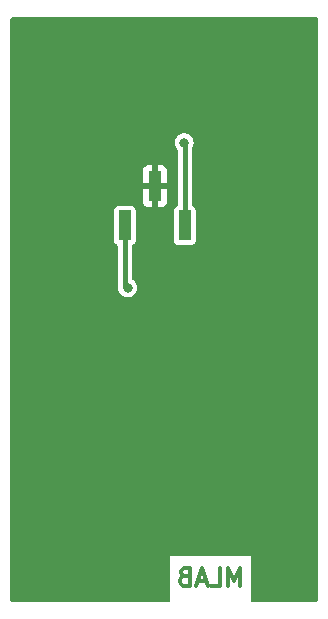
<source format=gbr>
%TF.GenerationSoftware,KiCad,Pcbnew,6.0.11+dfsg-1~bpo11+1*%
%TF.CreationDate,2023-04-12T09:04:15+00:00*%
%TF.ProjectId,PINHOLDER01,50494e48-4f4c-4444-9552-30312e6b6963,01A*%
%TF.SameCoordinates,Original*%
%TF.FileFunction,Copper,L2,Bot*%
%TF.FilePolarity,Positive*%
%FSLAX46Y46*%
G04 Gerber Fmt 4.6, Leading zero omitted, Abs format (unit mm)*
G04 Created by KiCad (PCBNEW 6.0.11+dfsg-1~bpo11+1) date 2023-04-12 09:04:15*
%MOMM*%
%LPD*%
G01*
G04 APERTURE LIST*
%ADD10C,0.300000*%
%TA.AperFunction,NonConductor*%
%ADD11C,0.300000*%
%TD*%
%TA.AperFunction,ComponentPad*%
%ADD12C,6.000000*%
%TD*%
%TA.AperFunction,SMDPad,CuDef*%
%ADD13R,1.000000X2.510000*%
%TD*%
%TA.AperFunction,ViaPad*%
%ADD14C,0.800000*%
%TD*%
%TA.AperFunction,Conductor*%
%ADD15C,0.400000*%
%TD*%
G04 APERTURE END LIST*
D10*
D11*
X129200000Y-114028571D02*
X129200000Y-112528571D01*
X128700000Y-113600000D01*
X128200000Y-112528571D01*
X128200000Y-114028571D01*
X126771428Y-114028571D02*
X127485714Y-114028571D01*
X127485714Y-112528571D01*
X126342857Y-113600000D02*
X125628571Y-113600000D01*
X126485714Y-114028571D02*
X125985714Y-112528571D01*
X125485714Y-114028571D01*
X124485714Y-113242857D02*
X124271428Y-113314285D01*
X124200000Y-113385714D01*
X124128571Y-113528571D01*
X124128571Y-113742857D01*
X124200000Y-113885714D01*
X124271428Y-113957142D01*
X124414285Y-114028571D01*
X124985714Y-114028571D01*
X124985714Y-112528571D01*
X124485714Y-112528571D01*
X124342857Y-112600000D01*
X124271428Y-112671428D01*
X124200000Y-112814285D01*
X124200000Y-112957142D01*
X124271428Y-113100000D01*
X124342857Y-113171428D01*
X124485714Y-113242857D01*
X124985714Y-113242857D01*
D12*
%TO.P,M3,1*%
%TO.N,GND*%
X114175179Y-70341146D03*
%TD*%
%TO.P,M4,1*%
%TO.N,GND*%
X114175179Y-110981146D03*
%TD*%
D13*
%TO.P,J1,1*%
%TO.N,Net-(J1-Pad1)*%
X124540000Y-83525000D03*
%TO.P,J1,2*%
%TO.N,GND*%
X122000000Y-80215000D03*
%TO.P,J1,3*%
%TO.N,/circle_0*%
X119460000Y-83525000D03*
%TD*%
D14*
%TO.N,/circle_0*%
X119700000Y-88800000D03*
%TO.N,Net-(J1-Pad1)*%
X124480000Y-76520000D03*
%TD*%
D15*
%TO.N,/circle_0*%
X119700000Y-88800000D02*
X119460000Y-88560000D01*
X119460000Y-88560000D02*
X119460000Y-83525000D01*
%TO.N,Net-(J1-Pad1)*%
X124540000Y-76580000D02*
X124480000Y-76520000D01*
X124540000Y-83525000D02*
X124540000Y-76580000D01*
%TD*%
%TA.AperFunction,Conductor*%
%TO.N,GND*%
G36*
X135726809Y-65930306D02*
G01*
X135796061Y-65985511D01*
X135834502Y-66065296D01*
X135839500Y-66109615D01*
X135839500Y-115210436D01*
X135819793Y-115296779D01*
X135764574Y-115366020D01*
X135684782Y-115404447D01*
X135640480Y-115409436D01*
X130303594Y-115408870D01*
X130217254Y-115389154D01*
X130148018Y-115333928D01*
X130109601Y-115254131D01*
X130105867Y-115187593D01*
X130106384Y-115183000D01*
X130107643Y-115183000D01*
X130107643Y-111517000D01*
X123292357Y-111517000D01*
X123292357Y-115183000D01*
X123293326Y-115183000D01*
X123293325Y-115253389D01*
X123254898Y-115333181D01*
X123185656Y-115388399D01*
X123099294Y-115408105D01*
X109948658Y-115406710D01*
X109862317Y-115386994D01*
X109793081Y-115331768D01*
X109754664Y-115251971D01*
X109749679Y-115207710D01*
X109749679Y-82238481D01*
X118559500Y-82238481D01*
X118559501Y-84811518D01*
X118560723Y-84819231D01*
X118560723Y-84819237D01*
X118571903Y-84889831D01*
X118571904Y-84889834D01*
X118574354Y-84905304D01*
X118631950Y-85018342D01*
X118721658Y-85108050D01*
X118735612Y-85115160D01*
X118750844Y-85122921D01*
X118818829Y-85179679D01*
X118855455Y-85260314D01*
X118859500Y-85300231D01*
X118859500Y-88507592D01*
X118857797Y-88533567D01*
X118856020Y-88547065D01*
X118856020Y-88547072D01*
X118854318Y-88560000D01*
X118856020Y-88572928D01*
X118859500Y-88599361D01*
X118861035Y-88611017D01*
X118874956Y-88716762D01*
X118879945Y-88728807D01*
X118879946Y-88728810D01*
X118880349Y-88729782D01*
X118880706Y-88731646D01*
X118883322Y-88741407D01*
X118882614Y-88741597D01*
X118891708Y-88789028D01*
X118894514Y-88788753D01*
X118897210Y-88816244D01*
X118912039Y-88967486D01*
X118968726Y-89137896D01*
X119061759Y-89291512D01*
X119186514Y-89420699D01*
X119336789Y-89519036D01*
X119347214Y-89522913D01*
X119494685Y-89577757D01*
X119494687Y-89577757D01*
X119505116Y-89581636D01*
X119516143Y-89583107D01*
X119516146Y-89583108D01*
X119634486Y-89598898D01*
X119683130Y-89605388D01*
X119694207Y-89604380D01*
X119850896Y-89590121D01*
X119850898Y-89590121D01*
X119861981Y-89589112D01*
X119947382Y-89561363D01*
X120022196Y-89537055D01*
X120022199Y-89537054D01*
X120032782Y-89533615D01*
X120057239Y-89519036D01*
X120177489Y-89447353D01*
X120177490Y-89447352D01*
X120187044Y-89441657D01*
X120317099Y-89317807D01*
X120334570Y-89291512D01*
X120410325Y-89177490D01*
X120416483Y-89168222D01*
X120480257Y-89000336D01*
X120505251Y-88822493D01*
X120505565Y-88800000D01*
X120504334Y-88789028D01*
X120486787Y-88632588D01*
X120486786Y-88632584D01*
X120485546Y-88621528D01*
X120459616Y-88547065D01*
X120430145Y-88462437D01*
X120426485Y-88451927D01*
X120331316Y-88299625D01*
X120204770Y-88172193D01*
X120152870Y-88139256D01*
X120090528Y-88076352D01*
X120061653Y-87992628D01*
X120060500Y-87971235D01*
X120060500Y-85300231D01*
X120080207Y-85213888D01*
X120135426Y-85144647D01*
X120169156Y-85122921D01*
X120184388Y-85115160D01*
X120198342Y-85108050D01*
X120288050Y-85018342D01*
X120345646Y-84905304D01*
X120360500Y-84811519D01*
X120360499Y-82238482D01*
X120360499Y-82238481D01*
X123639500Y-82238481D01*
X123639501Y-84811518D01*
X123640723Y-84819231D01*
X123640723Y-84819237D01*
X123651903Y-84889831D01*
X123651904Y-84889834D01*
X123654354Y-84905304D01*
X123711950Y-85018342D01*
X123801658Y-85108050D01*
X123914696Y-85165646D01*
X124008481Y-85180500D01*
X124016305Y-85180500D01*
X124540373Y-85180499D01*
X125071518Y-85180499D01*
X125079231Y-85179277D01*
X125079237Y-85179277D01*
X125149831Y-85168097D01*
X125149834Y-85168096D01*
X125165304Y-85165646D01*
X125179260Y-85158535D01*
X125179263Y-85158534D01*
X125264388Y-85115160D01*
X125278342Y-85108050D01*
X125368050Y-85018342D01*
X125425646Y-84905304D01*
X125440500Y-84811519D01*
X125440499Y-82238482D01*
X125439275Y-82230753D01*
X125428097Y-82160169D01*
X125428096Y-82160166D01*
X125425646Y-82144696D01*
X125368050Y-82031658D01*
X125278342Y-81941950D01*
X125249156Y-81927079D01*
X125181171Y-81870321D01*
X125144545Y-81789686D01*
X125140500Y-81749769D01*
X125140500Y-77032564D01*
X125160207Y-76946221D01*
X125173744Y-76922447D01*
X125196483Y-76888222D01*
X125260257Y-76720336D01*
X125285251Y-76542493D01*
X125285565Y-76520000D01*
X125284869Y-76513794D01*
X125266787Y-76352588D01*
X125266786Y-76352584D01*
X125265546Y-76341528D01*
X125258094Y-76320127D01*
X125210145Y-76182437D01*
X125206485Y-76171927D01*
X125111316Y-76019625D01*
X124984770Y-75892193D01*
X124833136Y-75795963D01*
X124744109Y-75764262D01*
X124674436Y-75739452D01*
X124674432Y-75739451D01*
X124663951Y-75735719D01*
X124652904Y-75734402D01*
X124652901Y-75734401D01*
X124496671Y-75715772D01*
X124496669Y-75715772D01*
X124485624Y-75714455D01*
X124307017Y-75733227D01*
X124296482Y-75736813D01*
X124296479Y-75736814D01*
X124218035Y-75763519D01*
X124137007Y-75791103D01*
X124042651Y-75849151D01*
X123993521Y-75879376D01*
X123993519Y-75879377D01*
X123984045Y-75885206D01*
X123855732Y-76010859D01*
X123758446Y-76161817D01*
X123697022Y-76330578D01*
X123695628Y-76341611D01*
X123695628Y-76341612D01*
X123688850Y-76395269D01*
X123674514Y-76508753D01*
X123675600Y-76519829D01*
X123675600Y-76519830D01*
X123677210Y-76536244D01*
X123692039Y-76687486D01*
X123748726Y-76857896D01*
X123841759Y-77011512D01*
X123849484Y-77019511D01*
X123883648Y-77054889D01*
X123929451Y-77130689D01*
X123939500Y-77193127D01*
X123939500Y-81749769D01*
X123919793Y-81836112D01*
X123864574Y-81905353D01*
X123830845Y-81927079D01*
X123801658Y-81941950D01*
X123711950Y-82031658D01*
X123654354Y-82144696D01*
X123639500Y-82238481D01*
X120360499Y-82238481D01*
X120359275Y-82230753D01*
X120348097Y-82160169D01*
X120348096Y-82160166D01*
X120345646Y-82144696D01*
X120288050Y-82031658D01*
X120198342Y-81941950D01*
X120085304Y-81884354D01*
X119991519Y-81869500D01*
X119983695Y-81869500D01*
X119459627Y-81869501D01*
X118928482Y-81869501D01*
X118920769Y-81870723D01*
X118920763Y-81870723D01*
X118850169Y-81881903D01*
X118850166Y-81881904D01*
X118834696Y-81884354D01*
X118820740Y-81891465D01*
X118820737Y-81891466D01*
X118793483Y-81905353D01*
X118721658Y-81941950D01*
X118631950Y-82031658D01*
X118574354Y-82144696D01*
X118559500Y-82238481D01*
X109749679Y-82238481D01*
X109749679Y-81505176D01*
X120970000Y-81505176D01*
X120970720Y-81517130D01*
X120978925Y-81584924D01*
X120985165Y-81609494D01*
X121028922Y-81720015D01*
X121042115Y-81743429D01*
X121113510Y-81837487D01*
X121132513Y-81856490D01*
X121226571Y-81927885D01*
X121249985Y-81941078D01*
X121360506Y-81984835D01*
X121385076Y-81991075D01*
X121452870Y-81999280D01*
X121464824Y-82000000D01*
X121723577Y-82000000D01*
X121742547Y-81995670D01*
X121746000Y-81988500D01*
X121746000Y-81977577D01*
X122254000Y-81977577D01*
X122258330Y-81996547D01*
X122265500Y-82000000D01*
X122535176Y-82000000D01*
X122547130Y-81999280D01*
X122614924Y-81991075D01*
X122639494Y-81984835D01*
X122750015Y-81941078D01*
X122773429Y-81927885D01*
X122867487Y-81856490D01*
X122886490Y-81837487D01*
X122957885Y-81743429D01*
X122971078Y-81720015D01*
X123014835Y-81609494D01*
X123021075Y-81584924D01*
X123029280Y-81517130D01*
X123030000Y-81505176D01*
X123030000Y-80491423D01*
X123025670Y-80472453D01*
X123018500Y-80469000D01*
X122276423Y-80469000D01*
X122257453Y-80473330D01*
X122254000Y-80480500D01*
X122254000Y-81977577D01*
X121746000Y-81977577D01*
X121746000Y-80491423D01*
X121741670Y-80472453D01*
X121734500Y-80469000D01*
X120992423Y-80469000D01*
X120973453Y-80473330D01*
X120970000Y-80480500D01*
X120970000Y-81505176D01*
X109749679Y-81505176D01*
X109749679Y-79938577D01*
X120970000Y-79938577D01*
X120974330Y-79957547D01*
X120981500Y-79961000D01*
X121723577Y-79961000D01*
X121742547Y-79956670D01*
X121746000Y-79949500D01*
X121746000Y-79938577D01*
X122254000Y-79938577D01*
X122258330Y-79957547D01*
X122265500Y-79961000D01*
X123007577Y-79961000D01*
X123026547Y-79956670D01*
X123030000Y-79949500D01*
X123030000Y-78924824D01*
X123029280Y-78912870D01*
X123021075Y-78845076D01*
X123014835Y-78820506D01*
X122971078Y-78709985D01*
X122957885Y-78686571D01*
X122886490Y-78592513D01*
X122867487Y-78573510D01*
X122773429Y-78502115D01*
X122750015Y-78488922D01*
X122639494Y-78445165D01*
X122614924Y-78438925D01*
X122547130Y-78430720D01*
X122535176Y-78430000D01*
X122276423Y-78430000D01*
X122257453Y-78434330D01*
X122254000Y-78441500D01*
X122254000Y-79938577D01*
X121746000Y-79938577D01*
X121746000Y-78452423D01*
X121741670Y-78433453D01*
X121734500Y-78430000D01*
X121464824Y-78430000D01*
X121452870Y-78430720D01*
X121385076Y-78438925D01*
X121360506Y-78445165D01*
X121249985Y-78488922D01*
X121226571Y-78502115D01*
X121132513Y-78573510D01*
X121113510Y-78592513D01*
X121042115Y-78686571D01*
X121028922Y-78709985D01*
X120985165Y-78820506D01*
X120978925Y-78845076D01*
X120970720Y-78912870D01*
X120970000Y-78924824D01*
X120970000Y-79938577D01*
X109749679Y-79938577D01*
X109749679Y-66114531D01*
X109769386Y-66028188D01*
X109824605Y-65958947D01*
X109904397Y-65920520D01*
X109948641Y-65915531D01*
X121572968Y-65913307D01*
X135640462Y-65910615D01*
X135726809Y-65930306D01*
G37*
%TD.AperFunction*%
%TD*%
M02*

</source>
